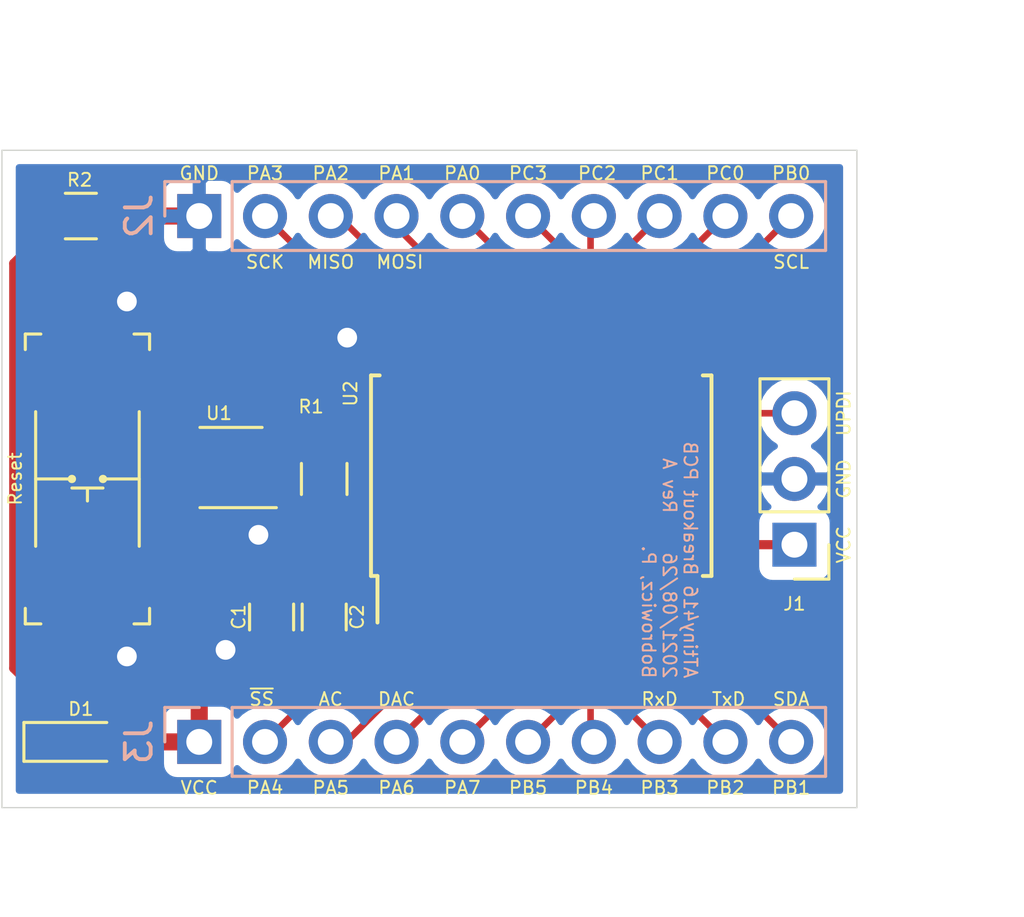
<source format=kicad_pcb>
(kicad_pcb (version 20171130) (host pcbnew "(5.1.10)-1")

  (general
    (thickness 1.6)
    (drawings 41)
    (tracks 92)
    (zones 0)
    (modules 11)
    (nets 24)
  )

  (page A4)
  (title_block
    (title "TTtiny416 SOIC-20 Breakout PCB")
    (date 2021-08-26)
    (rev A)
  )

  (layers
    (0 F.Cu signal)
    (31 B.Cu signal)
    (32 B.Adhes user)
    (33 F.Adhes user)
    (34 B.Paste user)
    (35 F.Paste user)
    (36 B.SilkS user)
    (37 F.SilkS user)
    (38 B.Mask user)
    (39 F.Mask user)
    (40 Dwgs.User user)
    (41 Cmts.User user)
    (42 Eco1.User user)
    (43 Eco2.User user)
    (44 Edge.Cuts user)
    (45 Margin user)
    (46 B.CrtYd user)
    (47 F.CrtYd user)
    (48 B.Fab user)
    (49 F.Fab user)
  )

  (setup
    (last_trace_width 0.3556)
    (user_trace_width 0.1524)
    (user_trace_width 0.254)
    (user_trace_width 0.3556)
    (user_trace_width 0.508)
    (user_trace_width 0.6604)
    (trace_clearance 0.254)
    (zone_clearance 0.0508)
    (zone_45_only no)
    (trace_min 0.1524)
    (via_size 0.6858)
    (via_drill 0.3302)
    (via_min_size 0.508)
    (via_min_drill 0.254)
    (user_via 1.27 0.762)
    (user_via 1.651 0.9906)
    (uvia_size 0.3)
    (uvia_drill 0.1)
    (uvias_allowed no)
    (uvia_min_size 0.2032)
    (uvia_min_drill 0.1)
    (edge_width 0.05)
    (segment_width 0.2)
    (pcb_text_width 0.3)
    (pcb_text_size 1.5 1.5)
    (mod_edge_width 0.12)
    (mod_text_size 0.5 0.5)
    (mod_text_width 0.075)
    (pad_size 1.524 1.524)
    (pad_drill 0.762)
    (pad_to_mask_clearance 0.0508)
    (solder_mask_min_width 0.1016)
    (aux_axis_origin 0 0)
    (visible_elements 7FFFFFFF)
    (pcbplotparams
      (layerselection 0x010fc_ffffffff)
      (usegerberextensions false)
      (usegerberattributes true)
      (usegerberadvancedattributes true)
      (creategerberjobfile true)
      (excludeedgelayer true)
      (linewidth 0.100000)
      (plotframeref false)
      (viasonmask false)
      (mode 1)
      (useauxorigin false)
      (hpglpennumber 1)
      (hpglpenspeed 20)
      (hpglpendiameter 15.000000)
      (psnegative false)
      (psa4output false)
      (plotreference true)
      (plotvalue true)
      (plotinvisibletext false)
      (padsonsilk false)
      (subtractmaskfromsilk false)
      (outputformat 1)
      (mirror false)
      (drillshape 1)
      (scaleselection 1)
      (outputdirectory ""))
  )

  (net 0 "")
  (net 1 VCC)
  (net 2 GND)
  (net 3 "Net-(D1-Pad1)")
  (net 4 /AIN0)
  (net 5 /AIN3)
  (net 6 /AIN2)
  (net 7 /AIN1)
  (net 8 /AIN11)
  (net 9 /AIN10)
  (net 10 /AIN4)
  (net 11 /AIN5)
  (net 12 /AIN6)
  (net 13 /AIN7)
  (net 14 /PB2)
  (net 15 /PB3)
  (net 16 /~MR)
  (net 17 "Net-(SW1-Pad2)")
  (net 18 /PC3)
  (net 19 /PC2)
  (net 20 /PC1)
  (net 21 /PC0)
  (net 22 /AIN8)
  (net 23 /AIN9)

  (net_class Default "This is the default net class."
    (clearance 0.254)
    (trace_width 0.254)
    (via_dia 0.6858)
    (via_drill 0.3302)
    (uvia_dia 0.3)
    (uvia_drill 0.1)
    (add_net /AIN0)
    (add_net /AIN1)
    (add_net /AIN10)
    (add_net /AIN11)
    (add_net /AIN2)
    (add_net /AIN3)
    (add_net /AIN4)
    (add_net /AIN5)
    (add_net /AIN6)
    (add_net /AIN7)
    (add_net /AIN8)
    (add_net /AIN9)
    (add_net /PB2)
    (add_net /PB3)
    (add_net /PC0)
    (add_net /PC1)
    (add_net /PC2)
    (add_net /PC3)
    (add_net /~MR)
    (add_net GND)
    (add_net "Net-(D1-Pad1)")
    (add_net "Net-(SW1-Pad2)")
    (add_net VCC)
  )

  (module Housings_SOIC:SOIC-20W_7.5x12.8mm_Pitch1.27mm (layer F.Cu) (tedit 58CC8F64) (tstamp 61279CDD)
    (at 140.208 88.773 90)
    (descr "20-Lead Plastic Small Outline (SO) - Wide, 7.50 mm Body [SOIC] (see Microchip Packaging Specification 00000049BS.pdf)")
    (tags "SOIC 1.27")
    (path /61217C55)
    (attr smd)
    (fp_text reference U2 (at 3.175 -7.366 90) (layer F.SilkS)
      (effects (font (size 0.5 0.5) (thickness 0.075)))
    )
    (fp_text value ATtiny416-S (at 0 7.5 90) (layer F.Fab) hide
      (effects (font (size 1 1) (thickness 0.15)))
    )
    (fp_line (start -3.875 -6.325) (end -5.675 -6.325) (layer F.SilkS) (width 0.15))
    (fp_line (start -3.875 6.575) (end 3.875 6.575) (layer F.SilkS) (width 0.15))
    (fp_line (start -3.875 -6.575) (end 3.875 -6.575) (layer F.SilkS) (width 0.15))
    (fp_line (start -3.875 6.575) (end -3.875 6.24) (layer F.SilkS) (width 0.15))
    (fp_line (start 3.875 6.575) (end 3.875 6.24) (layer F.SilkS) (width 0.15))
    (fp_line (start 3.875 -6.575) (end 3.875 -6.24) (layer F.SilkS) (width 0.15))
    (fp_line (start -3.875 -6.575) (end -3.875 -6.325) (layer F.SilkS) (width 0.15))
    (fp_line (start -5.95 6.75) (end 5.95 6.75) (layer F.CrtYd) (width 0.05))
    (fp_line (start -5.95 -6.75) (end 5.95 -6.75) (layer F.CrtYd) (width 0.05))
    (fp_line (start 5.95 -6.75) (end 5.95 6.75) (layer F.CrtYd) (width 0.05))
    (fp_line (start -5.95 -6.75) (end -5.95 6.75) (layer F.CrtYd) (width 0.05))
    (fp_line (start -3.75 -5.4) (end -2.75 -6.4) (layer F.Fab) (width 0.15))
    (fp_line (start -3.75 6.4) (end -3.75 -5.4) (layer F.Fab) (width 0.15))
    (fp_line (start 3.75 6.4) (end -3.75 6.4) (layer F.Fab) (width 0.15))
    (fp_line (start 3.75 -6.4) (end 3.75 6.4) (layer F.Fab) (width 0.15))
    (fp_line (start -2.75 -6.4) (end 3.75 -6.4) (layer F.Fab) (width 0.15))
    (fp_text user %R (at 0 0 90) (layer F.Fab)
      (effects (font (size 1 1) (thickness 0.15)))
    )
    (pad 1 smd rect (at -4.7 -5.715 90) (size 1.95 0.6) (layers F.Cu F.Paste F.Mask)
      (net 1 VCC))
    (pad 2 smd rect (at -4.7 -4.445 90) (size 1.95 0.6) (layers F.Cu F.Paste F.Mask)
      (net 10 /AIN4))
    (pad 3 smd rect (at -4.7 -3.175 90) (size 1.95 0.6) (layers F.Cu F.Paste F.Mask)
      (net 11 /AIN5))
    (pad 4 smd rect (at -4.7 -1.905 90) (size 1.95 0.6) (layers F.Cu F.Paste F.Mask)
      (net 12 /AIN6))
    (pad 5 smd rect (at -4.7 -0.635 90) (size 1.95 0.6) (layers F.Cu F.Paste F.Mask)
      (net 13 /AIN7))
    (pad 6 smd rect (at -4.7 0.635 90) (size 1.95 0.6) (layers F.Cu F.Paste F.Mask)
      (net 22 /AIN8))
    (pad 7 smd rect (at -4.7 1.905 90) (size 1.95 0.6) (layers F.Cu F.Paste F.Mask)
      (net 23 /AIN9))
    (pad 8 smd rect (at -4.7 3.175 90) (size 1.95 0.6) (layers F.Cu F.Paste F.Mask)
      (net 15 /PB3))
    (pad 9 smd rect (at -4.7 4.445 90) (size 1.95 0.6) (layers F.Cu F.Paste F.Mask)
      (net 14 /PB2))
    (pad 10 smd rect (at -4.7 5.715 90) (size 1.95 0.6) (layers F.Cu F.Paste F.Mask)
      (net 9 /AIN10))
    (pad 11 smd rect (at 4.7 5.715 90) (size 1.95 0.6) (layers F.Cu F.Paste F.Mask)
      (net 8 /AIN11))
    (pad 12 smd rect (at 4.7 4.445 90) (size 1.95 0.6) (layers F.Cu F.Paste F.Mask)
      (net 21 /PC0))
    (pad 13 smd rect (at 4.7 3.175 90) (size 1.95 0.6) (layers F.Cu F.Paste F.Mask)
      (net 20 /PC1))
    (pad 14 smd rect (at 4.7 1.905 90) (size 1.95 0.6) (layers F.Cu F.Paste F.Mask)
      (net 19 /PC2))
    (pad 15 smd rect (at 4.7 0.635 90) (size 1.95 0.6) (layers F.Cu F.Paste F.Mask)
      (net 18 /PC3))
    (pad 16 smd rect (at 4.7 -0.635 90) (size 1.95 0.6) (layers F.Cu F.Paste F.Mask)
      (net 4 /AIN0))
    (pad 17 smd rect (at 4.7 -1.905 90) (size 1.95 0.6) (layers F.Cu F.Paste F.Mask)
      (net 7 /AIN1))
    (pad 18 smd rect (at 4.7 -3.175 90) (size 1.95 0.6) (layers F.Cu F.Paste F.Mask)
      (net 6 /AIN2))
    (pad 19 smd rect (at 4.7 -4.445 90) (size 1.95 0.6) (layers F.Cu F.Paste F.Mask)
      (net 5 /AIN3))
    (pad 20 smd rect (at 4.7 -5.715 90) (size 1.95 0.6) (layers F.Cu F.Paste F.Mask)
      (net 2 GND))
    (model ${KISYS3DMOD}/Housings_SOIC.3dshapes/SOIC-20W_7.5x12.8mm_Pitch1.27mm.wrl
      (at (xyz 0 0 0))
      (scale (xyz 1 1 1))
      (rotate (xyz 0 0 0))
    )
  )

  (module ATtiny_SOIC-20_Breakout:TL3305AF160QG (layer F.Cu) (tedit 60C14A21) (tstamp 611FA1A7)
    (at 122.682 88.9 270)
    (path /60C1617E)
    (fp_text reference SW1 (at -6.477 0.127 180) (layer F.SilkS) hide
      (effects (font (size 0.5 0.5) (thickness 0.075)))
    )
    (fp_text value SW_MEC_5E (at 0 -3.8 90) (layer F.Fab) hide
      (effects (font (size 1 1) (thickness 0.15)))
    )
    (fp_circle (center 0 0) (end -1.3 0.2) (layer F.Fab) (width 0.12))
    (fp_line (start -2.25 -2.25) (end -2.25 2.25) (layer F.Fab) (width 0.12))
    (fp_line (start -2.25 2.25) (end 2.25 2.25) (layer F.Fab) (width 0.12))
    (fp_line (start 2.25 2.25) (end 2.25 -2.25) (layer F.Fab) (width 0.12))
    (fp_line (start 2.25 -2.25) (end -2.25 -2.25) (layer F.Fab) (width 0.12))
    (fp_line (start -5.6 -1.8) (end -5.6 -2.4) (layer F.SilkS) (width 0.12))
    (fp_line (start -5.6 -2.4) (end -5 -2.4) (layer F.SilkS) (width 0.12))
    (fp_line (start -5.6 1.8) (end -5.6 2.4) (layer F.SilkS) (width 0.12))
    (fp_line (start -5.6 2.4) (end -5 2.4) (layer F.SilkS) (width 0.12))
    (fp_line (start 5 2.4) (end 5.6 2.4) (layer F.SilkS) (width 0.12))
    (fp_line (start 5.6 2.4) (end 5.6 1.8) (layer F.SilkS) (width 0.12))
    (fp_line (start 5.6 -1.8) (end 5.6 -2.4) (layer F.SilkS) (width 0.12))
    (fp_line (start 5.6 -2.4) (end 5 -2.4) (layer F.SilkS) (width 0.12))
    (fp_line (start -2.6 -2) (end 2.6 -2) (layer F.SilkS) (width 0.12))
    (fp_line (start -2.6 2) (end 2.6 2) (layer F.SilkS) (width 0.12))
    (fp_line (start 0 0.6) (end 0 2) (layer F.SilkS) (width 0.12))
    (fp_line (start 0 -0.6) (end 0 -2) (layer F.SilkS) (width 0.12))
    (fp_circle (center 0 -0.6) (end 0 -0.5) (layer F.SilkS) (width 0.12))
    (fp_circle (center 0 0.6) (end 0 0.5) (layer F.SilkS) (width 0.12))
    (fp_line (start 0.35 -0.6) (end 0.35 0.6) (layer F.SilkS) (width 0.12))
    (fp_line (start 0.4 0) (end 0.85 0) (layer F.SilkS) (width 0.12))
    (fp_line (start -5.8 -2.6) (end -5.8 2.6) (layer F.CrtYd) (width 0.12))
    (fp_line (start -5.8 2.6) (end 5.8 2.6) (layer F.CrtYd) (width 0.12))
    (fp_line (start 5.8 2.6) (end 5.8 -2.6) (layer F.CrtYd) (width 0.12))
    (fp_line (start 5.8 -2.6) (end -5.8 -2.6) (layer F.CrtYd) (width 0.12))
    (pad 1 smd rect (at -4.1 1.5 270) (size 2.6 1.4) (layers F.Cu F.Paste F.Mask)
      (net 16 /~MR))
    (pad 2 smd rect (at 4.1 1.5 270) (size 2.6 1.4) (layers F.Cu F.Paste F.Mask)
      (net 17 "Net-(SW1-Pad2)"))
    (pad 3 smd rect (at -4.1 -1.5 270) (size 2.6 1.4) (layers F.Cu F.Paste F.Mask)
      (net 2 GND))
    (pad 4 smd rect (at 4.1 -1.5 270) (size 2.6 1.4) (layers F.Cu F.Paste F.Mask)
      (net 2 GND))
    (model "${KIPRJMOD}/3d packages/TL3305AFxxxxG.stp"
      (at (xyz 0 0 0))
      (scale (xyz 1 1 1))
      (rotate (xyz 0 0 0))
    )
  )

  (module Pin_Headers:Pin_Header_Straight_1x10_Pitch2.54mm (layer B.Cu) (tedit 59650532) (tstamp 61279C54)
    (at 127 99.06 270)
    (descr "Through hole straight pin header, 1x10, 2.54mm pitch, single row")
    (tags "Through hole pin header THT 1x10 2.54mm single row")
    (path /6122BC57)
    (fp_text reference J3 (at 0 2.33 270) (layer B.SilkS)
      (effects (font (size 1 1) (thickness 0.15)) (justify mirror))
    )
    (fp_text value Conn_01x10_Male (at 0 -25.19 270) (layer B.Fab)
      (effects (font (size 1 1) (thickness 0.15)) (justify mirror))
    )
    (fp_line (start 1.8 1.8) (end -1.8 1.8) (layer B.CrtYd) (width 0.05))
    (fp_line (start 1.8 -24.65) (end 1.8 1.8) (layer B.CrtYd) (width 0.05))
    (fp_line (start -1.8 -24.65) (end 1.8 -24.65) (layer B.CrtYd) (width 0.05))
    (fp_line (start -1.8 1.8) (end -1.8 -24.65) (layer B.CrtYd) (width 0.05))
    (fp_line (start -1.33 1.33) (end 0 1.33) (layer B.SilkS) (width 0.12))
    (fp_line (start -1.33 0) (end -1.33 1.33) (layer B.SilkS) (width 0.12))
    (fp_line (start -1.33 -1.27) (end 1.33 -1.27) (layer B.SilkS) (width 0.12))
    (fp_line (start 1.33 -1.27) (end 1.33 -24.19) (layer B.SilkS) (width 0.12))
    (fp_line (start -1.33 -1.27) (end -1.33 -24.19) (layer B.SilkS) (width 0.12))
    (fp_line (start -1.33 -24.19) (end 1.33 -24.19) (layer B.SilkS) (width 0.12))
    (fp_line (start -1.27 0.635) (end -0.635 1.27) (layer B.Fab) (width 0.1))
    (fp_line (start -1.27 -24.13) (end -1.27 0.635) (layer B.Fab) (width 0.1))
    (fp_line (start 1.27 -24.13) (end -1.27 -24.13) (layer B.Fab) (width 0.1))
    (fp_line (start 1.27 1.27) (end 1.27 -24.13) (layer B.Fab) (width 0.1))
    (fp_line (start -0.635 1.27) (end 1.27 1.27) (layer B.Fab) (width 0.1))
    (fp_text user %R (at 0 -11.43) (layer B.Fab)
      (effects (font (size 1 1) (thickness 0.15)) (justify mirror))
    )
    (pad 1 thru_hole rect (at 0 0 270) (size 1.7 1.7) (drill 1) (layers *.Cu *.Mask)
      (net 1 VCC))
    (pad 2 thru_hole oval (at 0 -2.54 270) (size 1.7 1.7) (drill 1) (layers *.Cu *.Mask)
      (net 10 /AIN4))
    (pad 3 thru_hole oval (at 0 -5.08 270) (size 1.7 1.7) (drill 1) (layers *.Cu *.Mask)
      (net 11 /AIN5))
    (pad 4 thru_hole oval (at 0 -7.62 270) (size 1.7 1.7) (drill 1) (layers *.Cu *.Mask)
      (net 12 /AIN6))
    (pad 5 thru_hole oval (at 0 -10.16 270) (size 1.7 1.7) (drill 1) (layers *.Cu *.Mask)
      (net 13 /AIN7))
    (pad 6 thru_hole oval (at 0 -12.7 270) (size 1.7 1.7) (drill 1) (layers *.Cu *.Mask)
      (net 22 /AIN8))
    (pad 7 thru_hole oval (at 0 -15.24 270) (size 1.7 1.7) (drill 1) (layers *.Cu *.Mask)
      (net 23 /AIN9))
    (pad 8 thru_hole oval (at 0 -17.78 270) (size 1.7 1.7) (drill 1) (layers *.Cu *.Mask)
      (net 15 /PB3))
    (pad 9 thru_hole oval (at 0 -20.32 270) (size 1.7 1.7) (drill 1) (layers *.Cu *.Mask)
      (net 14 /PB2))
    (pad 10 thru_hole oval (at 0 -22.86 270) (size 1.7 1.7) (drill 1) (layers *.Cu *.Mask)
      (net 9 /AIN10))
    (model ${KISYS3DMOD}/Pin_Headers.3dshapes/Pin_Header_Straight_1x10_Pitch2.54mm.wrl
      (at (xyz 0 0 0))
      (scale (xyz 1 1 1))
      (rotate (xyz 0 0 0))
    )
  )

  (module Pin_Headers:Pin_Header_Straight_1x10_Pitch2.54mm (layer B.Cu) (tedit 59650532) (tstamp 61279C51)
    (at 127 78.74 270)
    (descr "Through hole straight pin header, 1x10, 2.54mm pitch, single row")
    (tags "Through hole pin header THT 1x10 2.54mm single row")
    (path /61229203)
    (fp_text reference J2 (at 0 2.33 270) (layer B.SilkS)
      (effects (font (size 1 1) (thickness 0.15)) (justify mirror))
    )
    (fp_text value Conn_01x10_Male (at 0 -25.19 270) (layer B.Fab)
      (effects (font (size 1 1) (thickness 0.15)) (justify mirror))
    )
    (fp_line (start 1.8 1.8) (end -1.8 1.8) (layer B.CrtYd) (width 0.05))
    (fp_line (start 1.8 -24.65) (end 1.8 1.8) (layer B.CrtYd) (width 0.05))
    (fp_line (start -1.8 -24.65) (end 1.8 -24.65) (layer B.CrtYd) (width 0.05))
    (fp_line (start -1.8 1.8) (end -1.8 -24.65) (layer B.CrtYd) (width 0.05))
    (fp_line (start -1.33 1.33) (end 0 1.33) (layer B.SilkS) (width 0.12))
    (fp_line (start -1.33 0) (end -1.33 1.33) (layer B.SilkS) (width 0.12))
    (fp_line (start -1.33 -1.27) (end 1.33 -1.27) (layer B.SilkS) (width 0.12))
    (fp_line (start 1.33 -1.27) (end 1.33 -24.19) (layer B.SilkS) (width 0.12))
    (fp_line (start -1.33 -1.27) (end -1.33 -24.19) (layer B.SilkS) (width 0.12))
    (fp_line (start -1.33 -24.19) (end 1.33 -24.19) (layer B.SilkS) (width 0.12))
    (fp_line (start -1.27 0.635) (end -0.635 1.27) (layer B.Fab) (width 0.1))
    (fp_line (start -1.27 -24.13) (end -1.27 0.635) (layer B.Fab) (width 0.1))
    (fp_line (start 1.27 -24.13) (end -1.27 -24.13) (layer B.Fab) (width 0.1))
    (fp_line (start 1.27 1.27) (end 1.27 -24.13) (layer B.Fab) (width 0.1))
    (fp_line (start -0.635 1.27) (end 1.27 1.27) (layer B.Fab) (width 0.1))
    (fp_text user %R (at 0 -11.43) (layer B.Fab)
      (effects (font (size 1 1) (thickness 0.15)) (justify mirror))
    )
    (pad 1 thru_hole rect (at 0 0 270) (size 1.7 1.7) (drill 1) (layers *.Cu *.Mask)
      (net 2 GND))
    (pad 2 thru_hole oval (at 0 -2.54 270) (size 1.7 1.7) (drill 1) (layers *.Cu *.Mask)
      (net 5 /AIN3))
    (pad 3 thru_hole oval (at 0 -5.08 270) (size 1.7 1.7) (drill 1) (layers *.Cu *.Mask)
      (net 6 /AIN2))
    (pad 4 thru_hole oval (at 0 -7.62 270) (size 1.7 1.7) (drill 1) (layers *.Cu *.Mask)
      (net 7 /AIN1))
    (pad 5 thru_hole oval (at 0 -10.16 270) (size 1.7 1.7) (drill 1) (layers *.Cu *.Mask)
      (net 4 /AIN0))
    (pad 6 thru_hole oval (at 0 -12.7 270) (size 1.7 1.7) (drill 1) (layers *.Cu *.Mask)
      (net 18 /PC3))
    (pad 7 thru_hole oval (at 0 -15.24 270) (size 1.7 1.7) (drill 1) (layers *.Cu *.Mask)
      (net 19 /PC2))
    (pad 8 thru_hole oval (at 0 -17.78 270) (size 1.7 1.7) (drill 1) (layers *.Cu *.Mask)
      (net 20 /PC1))
    (pad 9 thru_hole oval (at 0 -20.32 270) (size 1.7 1.7) (drill 1) (layers *.Cu *.Mask)
      (net 21 /PC0))
    (pad 10 thru_hole oval (at 0 -22.86 270) (size 1.7 1.7) (drill 1) (layers *.Cu *.Mask)
      (net 8 /AIN11))
    (model ${KISYS3DMOD}/Pin_Headers.3dshapes/Pin_Header_Straight_1x10_Pitch2.54mm.wrl
      (at (xyz 0 0 0))
      (scale (xyz 1 1 1))
      (rotate (xyz 0 0 0))
    )
  )

  (module Pin_Headers:Pin_Header_Straight_1x03_Pitch2.54mm (layer F.Cu) (tedit 59650532) (tstamp 6127A2FD)
    (at 149.987 91.44 180)
    (descr "Through hole straight pin header, 1x03, 2.54mm pitch, single row")
    (tags "Through hole pin header THT 1x03 2.54mm single row")
    (path /60C3F499)
    (fp_text reference J1 (at 0 -2.286) (layer F.SilkS)
      (effects (font (size 0.5 0.5) (thickness 0.075)))
    )
    (fp_text value Conn_01x03_Male (at 0 7.41) (layer F.Fab) hide
      (effects (font (size 1 1) (thickness 0.15)))
    )
    (fp_line (start -0.635 -1.27) (end 1.27 -1.27) (layer F.Fab) (width 0.1))
    (fp_line (start 1.27 -1.27) (end 1.27 6.35) (layer F.Fab) (width 0.1))
    (fp_line (start 1.27 6.35) (end -1.27 6.35) (layer F.Fab) (width 0.1))
    (fp_line (start -1.27 6.35) (end -1.27 -0.635) (layer F.Fab) (width 0.1))
    (fp_line (start -1.27 -0.635) (end -0.635 -1.27) (layer F.Fab) (width 0.1))
    (fp_line (start -1.33 6.41) (end 1.33 6.41) (layer F.SilkS) (width 0.12))
    (fp_line (start -1.33 1.27) (end -1.33 6.41) (layer F.SilkS) (width 0.12))
    (fp_line (start 1.33 1.27) (end 1.33 6.41) (layer F.SilkS) (width 0.12))
    (fp_line (start -1.33 1.27) (end 1.33 1.27) (layer F.SilkS) (width 0.12))
    (fp_line (start -1.33 0) (end -1.33 -1.33) (layer F.SilkS) (width 0.12))
    (fp_line (start -1.33 -1.33) (end 0 -1.33) (layer F.SilkS) (width 0.12))
    (fp_line (start -1.8 -1.8) (end -1.8 6.85) (layer F.CrtYd) (width 0.05))
    (fp_line (start -1.8 6.85) (end 1.8 6.85) (layer F.CrtYd) (width 0.05))
    (fp_line (start 1.8 6.85) (end 1.8 -1.8) (layer F.CrtYd) (width 0.05))
    (fp_line (start 1.8 -1.8) (end -1.8 -1.8) (layer F.CrtYd) (width 0.05))
    (fp_text user %R (at 0 2.54 90) (layer F.Fab)
      (effects (font (size 1 1) (thickness 0.15)))
    )
    (pad 1 thru_hole rect (at 0 0 180) (size 1.7 1.7) (drill 1) (layers *.Cu *.Mask)
      (net 1 VCC))
    (pad 2 thru_hole oval (at 0 2.54 180) (size 1.7 1.7) (drill 1) (layers *.Cu *.Mask)
      (net 2 GND))
    (pad 3 thru_hole oval (at 0 5.08 180) (size 1.7 1.7) (drill 1) (layers *.Cu *.Mask)
      (net 4 /AIN0))
    (model ${KISYS3DMOD}/Pin_Headers.3dshapes/Pin_Header_Straight_1x03_Pitch2.54mm.wrl
      (at (xyz 0 0 0))
      (scale (xyz 1 1 1))
      (rotate (xyz 0 0 0))
    )
  )

  (module TO_SOT_Packages_SMD:SOT-143 (layer F.Cu) (tedit 58CE4E7E) (tstamp 611FB389)
    (at 128.227 88.458 180)
    (descr SOT-143)
    (tags SOT-143)
    (path /60C269C5)
    (attr smd)
    (fp_text reference U1 (at 0.465 2.098 180) (layer F.SilkS)
      (effects (font (size 0.5 0.5) (thickness 0.075)))
    )
    (fp_text value MIC6315 (at -0.28 2.48) (layer F.Fab) hide
      (effects (font (size 1 1) (thickness 0.15)))
    )
    (fp_line (start -1.2 1.55) (end 1.2 1.55) (layer F.SilkS) (width 0.12))
    (fp_line (start 1.2 -1.55) (end -1.75 -1.55) (layer F.SilkS) (width 0.12))
    (fp_line (start -1.2 -1) (end -0.7 -1.5) (layer F.Fab) (width 0.1))
    (fp_line (start -0.7 -1.5) (end 1.2 -1.5) (layer F.Fab) (width 0.1))
    (fp_line (start -1.2 1.5) (end -1.2 -1) (layer F.Fab) (width 0.1))
    (fp_line (start 1.2 1.5) (end -1.2 1.5) (layer F.Fab) (width 0.1))
    (fp_line (start 1.2 -1.5) (end 1.2 1.5) (layer F.Fab) (width 0.1))
    (fp_line (start 2.05 -1.75) (end 2.05 1.75) (layer F.CrtYd) (width 0.05))
    (fp_line (start 2.05 -1.75) (end -2.05 -1.75) (layer F.CrtYd) (width 0.05))
    (fp_line (start -2.05 1.75) (end 2.05 1.75) (layer F.CrtYd) (width 0.05))
    (fp_line (start -2.05 1.75) (end -2.05 -1.75) (layer F.CrtYd) (width 0.05))
    (fp_text user %R (at 0 0 90) (layer F.Fab)
      (effects (font (size 0.5 0.5) (thickness 0.075)))
    )
    (pad 1 smd rect (at -1.1 -0.77 90) (size 1.2 1.4) (layers F.Cu F.Paste F.Mask)
      (net 2 GND))
    (pad 2 smd rect (at -1.1 0.95 90) (size 1 1.4) (layers F.Cu F.Paste F.Mask)
      (net 4 /AIN0))
    (pad 3 smd rect (at 1.1 0.95 90) (size 1 1.4) (layers F.Cu F.Paste F.Mask)
      (net 16 /~MR))
    (pad 4 smd rect (at 1.1 -0.95 90) (size 1 1.4) (layers F.Cu F.Paste F.Mask)
      (net 1 VCC))
    (model ${KISYS3DMOD}/TO_SOT_Packages_SMD.3dshapes/SOT-143.wrl
      (at (xyz 0 0 0))
      (scale (xyz 1 1 1))
      (rotate (xyz 0 0 0))
    )
  )

  (module Resistors_SMD:R_0805_HandSoldering (layer F.Cu) (tedit 58E0A804) (tstamp 611FA186)
    (at 122.428 78.74)
    (descr "Resistor SMD 0805, hand soldering")
    (tags "resistor 0805")
    (path /60C2A4DD)
    (attr smd)
    (fp_text reference R2 (at -0.047 -1.397) (layer F.SilkS)
      (effects (font (size 0.5 0.5) (thickness 0.075)))
    )
    (fp_text value 470R (at 0 1.75) (layer F.Fab) hide
      (effects (font (size 1 1) (thickness 0.15)))
    )
    (fp_line (start -1 0.62) (end -1 -0.62) (layer F.Fab) (width 0.1))
    (fp_line (start 1 0.62) (end -1 0.62) (layer F.Fab) (width 0.1))
    (fp_line (start 1 -0.62) (end 1 0.62) (layer F.Fab) (width 0.1))
    (fp_line (start -1 -0.62) (end 1 -0.62) (layer F.Fab) (width 0.1))
    (fp_line (start 0.6 0.88) (end -0.6 0.88) (layer F.SilkS) (width 0.12))
    (fp_line (start -0.6 -0.88) (end 0.6 -0.88) (layer F.SilkS) (width 0.12))
    (fp_line (start -2.35 -0.9) (end 2.35 -0.9) (layer F.CrtYd) (width 0.05))
    (fp_line (start -2.35 -0.9) (end -2.35 0.9) (layer F.CrtYd) (width 0.05))
    (fp_line (start 2.35 0.9) (end 2.35 -0.9) (layer F.CrtYd) (width 0.05))
    (fp_line (start 2.35 0.9) (end -2.35 0.9) (layer F.CrtYd) (width 0.05))
    (fp_text user %R (at 0 0) (layer F.Fab)
      (effects (font (size 0.5 0.5) (thickness 0.075)))
    )
    (pad 1 smd rect (at -1.35 0) (size 1.5 1.3) (layers F.Cu F.Paste F.Mask)
      (net 3 "Net-(D1-Pad1)"))
    (pad 2 smd rect (at 1.35 0) (size 1.5 1.3) (layers F.Cu F.Paste F.Mask)
      (net 2 GND))
    (model ${KISYS3DMOD}/Resistors_SMD.3dshapes/R_0805.wrl
      (at (xyz 0 0 0))
      (scale (xyz 1 1 1))
      (rotate (xyz 0 0 0))
    )
  )

  (module Resistors_SMD:R_0805_HandSoldering (layer F.Cu) (tedit 58E0A804) (tstamp 611FA9B9)
    (at 131.826 88.9 90)
    (descr "Resistor SMD 0805, hand soldering")
    (tags "resistor 0805")
    (path /60C123E8)
    (attr smd)
    (fp_text reference R1 (at 2.794 -0.508 180) (layer F.SilkS)
      (effects (font (size 0.5 0.5) (thickness 0.075)))
    )
    (fp_text value 10k (at 0 1.75 90) (layer F.Fab) hide
      (effects (font (size 1 1) (thickness 0.15)))
    )
    (fp_line (start -1 0.62) (end -1 -0.62) (layer F.Fab) (width 0.1))
    (fp_line (start 1 0.62) (end -1 0.62) (layer F.Fab) (width 0.1))
    (fp_line (start 1 -0.62) (end 1 0.62) (layer F.Fab) (width 0.1))
    (fp_line (start -1 -0.62) (end 1 -0.62) (layer F.Fab) (width 0.1))
    (fp_line (start 0.6 0.88) (end -0.6 0.88) (layer F.SilkS) (width 0.12))
    (fp_line (start -0.6 -0.88) (end 0.6 -0.88) (layer F.SilkS) (width 0.12))
    (fp_line (start -2.35 -0.9) (end 2.35 -0.9) (layer F.CrtYd) (width 0.05))
    (fp_line (start -2.35 -0.9) (end -2.35 0.9) (layer F.CrtYd) (width 0.05))
    (fp_line (start 2.35 0.9) (end 2.35 -0.9) (layer F.CrtYd) (width 0.05))
    (fp_line (start 2.35 0.9) (end -2.35 0.9) (layer F.CrtYd) (width 0.05))
    (fp_text user %R (at 0 0 90) (layer F.Fab)
      (effects (font (size 0.5 0.5) (thickness 0.075)))
    )
    (pad 1 smd rect (at -1.35 0 90) (size 1.5 1.3) (layers F.Cu F.Paste F.Mask)
      (net 1 VCC))
    (pad 2 smd rect (at 1.35 0 90) (size 1.5 1.3) (layers F.Cu F.Paste F.Mask)
      (net 4 /AIN0))
    (model ${KISYS3DMOD}/Resistors_SMD.3dshapes/R_0805.wrl
      (at (xyz 0 0 0))
      (scale (xyz 1 1 1))
      (rotate (xyz 0 0 0))
    )
  )

  (module LEDs:LED_0805_HandSoldering (layer F.Cu) (tedit 595FCA25) (tstamp 611FA177)
    (at 122.428 99.06)
    (descr "Resistor SMD 0805, hand soldering")
    (tags "resistor 0805")
    (path /60C27FD6)
    (attr smd)
    (fp_text reference D1 (at 0 -1.27) (layer F.SilkS)
      (effects (font (size 0.5 0.5) (thickness 0.075)))
    )
    (fp_text value LED (at 0 1.75) (layer F.Fab) hide
      (effects (font (size 1 1) (thickness 0.15)))
    )
    (fp_line (start -0.4 -0.4) (end -0.4 0.4) (layer F.Fab) (width 0.1))
    (fp_line (start -0.4 0) (end 0.2 -0.4) (layer F.Fab) (width 0.1))
    (fp_line (start 0.2 0.4) (end -0.4 0) (layer F.Fab) (width 0.1))
    (fp_line (start 0.2 -0.4) (end 0.2 0.4) (layer F.Fab) (width 0.1))
    (fp_line (start -1 0.62) (end -1 -0.62) (layer F.Fab) (width 0.1))
    (fp_line (start 1 0.62) (end -1 0.62) (layer F.Fab) (width 0.1))
    (fp_line (start 1 -0.62) (end 1 0.62) (layer F.Fab) (width 0.1))
    (fp_line (start -1 -0.62) (end 1 -0.62) (layer F.Fab) (width 0.1))
    (fp_line (start 1 0.75) (end -2.2 0.75) (layer F.SilkS) (width 0.12))
    (fp_line (start -2.2 -0.75) (end 1 -0.75) (layer F.SilkS) (width 0.12))
    (fp_line (start -2.35 -0.9) (end 2.35 -0.9) (layer F.CrtYd) (width 0.05))
    (fp_line (start -2.35 -0.9) (end -2.35 0.9) (layer F.CrtYd) (width 0.05))
    (fp_line (start 2.35 0.9) (end 2.35 -0.9) (layer F.CrtYd) (width 0.05))
    (fp_line (start 2.35 0.9) (end -2.35 0.9) (layer F.CrtYd) (width 0.05))
    (fp_line (start -2.2 -0.75) (end -2.2 0.75) (layer F.SilkS) (width 0.12))
    (pad 1 smd rect (at -1.35 0) (size 1.5 1.3) (layers F.Cu F.Paste F.Mask)
      (net 3 "Net-(D1-Pad1)"))
    (pad 2 smd rect (at 1.35 0) (size 1.5 1.3) (layers F.Cu F.Paste F.Mask)
      (net 1 VCC))
    (model ${KISYS3DMOD}/LEDs.3dshapes/LED_0805.wrl
      (at (xyz 0 0 0))
      (scale (xyz 1 1 1))
      (rotate (xyz 0 0 0))
    )
  )

  (module Capacitors_SMD:C_0805_HandSoldering (layer F.Cu) (tedit 58AA84A8) (tstamp 611FA174)
    (at 131.826 94.234 270)
    (descr "Capacitor SMD 0805, hand soldering")
    (tags "capacitor 0805")
    (path /60C5FB36)
    (attr smd)
    (fp_text reference C2 (at 0 -1.27 270) (layer F.SilkS)
      (effects (font (size 0.5 0.5) (thickness 0.075)))
    )
    (fp_text value 100n (at 0 1.75 90) (layer F.Fab) hide
      (effects (font (size 1 1) (thickness 0.15)))
    )
    (fp_line (start -1 0.62) (end -1 -0.62) (layer F.Fab) (width 0.1))
    (fp_line (start 1 0.62) (end -1 0.62) (layer F.Fab) (width 0.1))
    (fp_line (start 1 -0.62) (end 1 0.62) (layer F.Fab) (width 0.1))
    (fp_line (start -1 -0.62) (end 1 -0.62) (layer F.Fab) (width 0.1))
    (fp_line (start 0.5 -0.85) (end -0.5 -0.85) (layer F.SilkS) (width 0.12))
    (fp_line (start -0.5 0.85) (end 0.5 0.85) (layer F.SilkS) (width 0.12))
    (fp_line (start -2.25 -0.88) (end 2.25 -0.88) (layer F.CrtYd) (width 0.05))
    (fp_line (start -2.25 -0.88) (end -2.25 0.87) (layer F.CrtYd) (width 0.05))
    (fp_line (start 2.25 0.87) (end 2.25 -0.88) (layer F.CrtYd) (width 0.05))
    (fp_line (start 2.25 0.87) (end -2.25 0.87) (layer F.CrtYd) (width 0.05))
    (fp_text user %R (at 0 0 90) (layer F.Fab)
      (effects (font (size 0.5 0.5) (thickness 0.075)))
    )
    (pad 1 smd rect (at -1.25 0 270) (size 1.5 1.25) (layers F.Cu F.Paste F.Mask)
      (net 1 VCC))
    (pad 2 smd rect (at 1.25 0 270) (size 1.5 1.25) (layers F.Cu F.Paste F.Mask)
      (net 2 GND))
    (model Capacitors_SMD.3dshapes/C_0805.wrl
      (at (xyz 0 0 0))
      (scale (xyz 1 1 1))
      (rotate (xyz 0 0 0))
    )
  )

  (module Capacitors_SMD:C_0805_HandSoldering (layer F.Cu) (tedit 58AA84A8) (tstamp 611FA171)
    (at 129.794 94.234 270)
    (descr "Capacitor SMD 0805, hand soldering")
    (tags "capacitor 0805")
    (path /60C5E78A)
    (attr smd)
    (fp_text reference C1 (at 0 1.27 270) (layer F.SilkS)
      (effects (font (size 0.5 0.5) (thickness 0.075)))
    )
    (fp_text value 1u (at 0 1.75 90) (layer F.Fab) hide
      (effects (font (size 1 1) (thickness 0.15)))
    )
    (fp_line (start -1 0.62) (end -1 -0.62) (layer F.Fab) (width 0.1))
    (fp_line (start 1 0.62) (end -1 0.62) (layer F.Fab) (width 0.1))
    (fp_line (start 1 -0.62) (end 1 0.62) (layer F.Fab) (width 0.1))
    (fp_line (start -1 -0.62) (end 1 -0.62) (layer F.Fab) (width 0.1))
    (fp_line (start 0.5 -0.85) (end -0.5 -0.85) (layer F.SilkS) (width 0.12))
    (fp_line (start -0.5 0.85) (end 0.5 0.85) (layer F.SilkS) (width 0.12))
    (fp_line (start -2.25 -0.88) (end 2.25 -0.88) (layer F.CrtYd) (width 0.05))
    (fp_line (start -2.25 -0.88) (end -2.25 0.87) (layer F.CrtYd) (width 0.05))
    (fp_line (start 2.25 0.87) (end 2.25 -0.88) (layer F.CrtYd) (width 0.05))
    (fp_line (start 2.25 0.87) (end -2.25 0.87) (layer F.CrtYd) (width 0.05))
    (fp_text user %R (at 0 0 90) (layer F.Fab)
      (effects (font (size 0.5 0.5) (thickness 0.075)))
    )
    (pad 1 smd rect (at -1.25 0 270) (size 1.5 1.25) (layers F.Cu F.Paste F.Mask)
      (net 1 VCC))
    (pad 2 smd rect (at 1.25 0 270) (size 1.5 1.25) (layers F.Cu F.Paste F.Mask)
      (net 2 GND))
    (model Capacitors_SMD.3dshapes/C_0805.wrl
      (at (xyz 0 0 0))
      (scale (xyz 1 1 1))
      (rotate (xyz 0 0 0))
    )
  )

  (dimension 25.4 (width 0.15) (layer Dwgs.User)
    (gr_text "25.400 mm" (at 157.51 88.9 270) (layer Dwgs.User)
      (effects (font (size 1 1) (thickness 0.15)))
    )
    (feature1 (pts (xy 152.4 101.6) (xy 156.796421 101.6)))
    (feature2 (pts (xy 152.4 76.2) (xy 156.796421 76.2)))
    (crossbar (pts (xy 156.21 76.2) (xy 156.21 101.6)))
    (arrow1a (pts (xy 156.21 101.6) (xy 155.623579 100.473496)))
    (arrow1b (pts (xy 156.21 101.6) (xy 156.796421 100.473496)))
    (arrow2a (pts (xy 156.21 76.2) (xy 155.623579 77.326504)))
    (arrow2b (pts (xy 156.21 76.2) (xy 156.796421 77.326504)))
  )
  (gr_text PC0 (at 147.32 77.089) (layer F.SilkS)
    (effects (font (size 0.5 0.5) (thickness 0.075)))
  )
  (gr_text PC1 (at 144.78 77.089) (layer F.SilkS)
    (effects (font (size 0.5 0.5) (thickness 0.075)))
  )
  (gr_text PC2 (at 142.367 77.089) (layer F.SilkS)
    (effects (font (size 0.5 0.5) (thickness 0.075)))
  )
  (gr_text PC3 (at 139.7 77.089) (layer F.SilkS)
    (effects (font (size 0.5 0.5) (thickness 0.075)))
  )
  (gr_text PB5 (at 139.7 100.838) (layer F.SilkS)
    (effects (font (size 0.5 0.5) (thickness 0.075)))
  )
  (gr_text PB4 (at 142.24 100.838) (layer F.SilkS)
    (effects (font (size 0.5 0.5) (thickness 0.075)))
  )
  (dimension 33.02 (width 0.15) (layer Dwgs.User)
    (gr_text "1.3000 in" (at 135.89 71.09) (layer Dwgs.User)
      (effects (font (size 1 1) (thickness 0.15)))
    )
    (feature1 (pts (xy 119.38 76.2) (xy 119.38 71.803579)))
    (feature2 (pts (xy 152.4 76.2) (xy 152.4 71.803579)))
    (crossbar (pts (xy 152.4 72.39) (xy 119.38 72.39)))
    (arrow1a (pts (xy 119.38 72.39) (xy 120.506504 71.803579)))
    (arrow1b (pts (xy 119.38 72.39) (xy 120.506504 72.976421)))
    (arrow2a (pts (xy 152.4 72.39) (xy 151.273496 71.803579)))
    (arrow2b (pts (xy 152.4 72.39) (xy 151.273496 72.976421)))
  )
  (gr_line (start 152.4 101.6) (end 119.38 101.6) (layer Edge.Cuts) (width 0.05))
  (gr_text "ATtiny416 Breakout PCB\n2021/08/26    Rev A\nBobrowicz, P." (at 145.161 96.647 -90) (layer B.SilkS)
    (effects (font (size 0.5 0.5) (thickness 0.075)) (justify left mirror))
  )
  (gr_text AC (at 132.08 97.409) (layer F.SilkS)
    (effects (font (size 0.5 0.5) (thickness 0.075)))
  )
  (gr_text DAC (at 134.62 97.409) (layer F.SilkS)
    (effects (font (size 0.5 0.5) (thickness 0.075)))
  )
  (gr_text MOSI (at 134.747 80.518) (layer F.SilkS)
    (effects (font (size 0.5 0.5) (thickness 0.075)))
  )
  (gr_text MISO (at 132.08 80.518) (layer F.SilkS)
    (effects (font (size 0.5 0.5) (thickness 0.075)))
  )
  (gr_text SCK (at 129.54 80.518) (layer F.SilkS)
    (effects (font (size 0.5 0.5) (thickness 0.075)))
  )
  (gr_text ~SS (at 129.413 97.409) (layer F.SilkS)
    (effects (font (size 0.5 0.5) (thickness 0.075)))
  )
  (gr_text SCL (at 149.86 80.518) (layer F.SilkS)
    (effects (font (size 0.5 0.5) (thickness 0.075)))
  )
  (gr_text SDA (at 149.86 97.409) (layer F.SilkS)
    (effects (font (size 0.5 0.5) (thickness 0.075)))
  )
  (gr_text RxD (at 144.78 97.409) (layer F.SilkS)
    (effects (font (size 0.5 0.5) (thickness 0.075)))
  )
  (gr_text TxD (at 147.447 97.409) (layer F.SilkS)
    (effects (font (size 0.5 0.5) (thickness 0.075)))
  )
  (gr_text Reset (at 119.888 88.9 90) (layer F.SilkS)
    (effects (font (size 0.5 0.5) (thickness 0.075)))
  )
  (gr_text UPDI (at 151.892 86.36 90) (layer F.SilkS)
    (effects (font (size 0.5 0.5) (thickness 0.075)))
  )
  (gr_text GND (at 151.892 88.9 90) (layer F.SilkS)
    (effects (font (size 0.5 0.5) (thickness 0.075)))
  )
  (gr_text VCC (at 151.892 91.44 90) (layer F.SilkS)
    (effects (font (size 0.5 0.5) (thickness 0.075)))
  )
  (gr_text GND (at 127 77.089) (layer F.SilkS)
    (effects (font (size 0.5 0.5) (thickness 0.075)))
  )
  (gr_text PA3 (at 129.54 77.089) (layer F.SilkS)
    (effects (font (size 0.5 0.5) (thickness 0.075)))
  )
  (gr_text PA2 (at 132.08 77.089) (layer F.SilkS)
    (effects (font (size 0.5 0.5) (thickness 0.075)))
  )
  (gr_text PA1 (at 134.62 77.089) (layer F.SilkS)
    (effects (font (size 0.5 0.5) (thickness 0.075)))
  )
  (gr_text PA0 (at 137.16 77.089) (layer F.SilkS)
    (effects (font (size 0.5 0.5) (thickness 0.075)))
  )
  (gr_text PB0 (at 149.86 77.089) (layer F.SilkS)
    (effects (font (size 0.5 0.5) (thickness 0.075)))
  )
  (gr_text PB1 (at 149.86 100.838) (layer F.SilkS)
    (effects (font (size 0.5 0.5) (thickness 0.075)))
  )
  (gr_text PB2 (at 147.32 100.838) (layer F.SilkS)
    (effects (font (size 0.5 0.5) (thickness 0.075)))
  )
  (gr_text PB3 (at 144.78 100.838) (layer F.SilkS)
    (effects (font (size 0.5 0.5) (thickness 0.075)))
  )
  (gr_text PA7 (at 137.16 100.838) (layer F.SilkS)
    (effects (font (size 0.5 0.5) (thickness 0.075)))
  )
  (gr_text PA6 (at 134.62 100.838) (layer F.SilkS)
    (effects (font (size 0.5 0.5) (thickness 0.075)))
  )
  (gr_text PA5 (at 132.08 100.838) (layer F.SilkS)
    (effects (font (size 0.5 0.5) (thickness 0.075)))
  )
  (gr_text PA4 (at 129.54 100.838) (layer F.SilkS)
    (effects (font (size 0.5 0.5) (thickness 0.075)))
  )
  (gr_text VCC (at 127 100.838) (layer F.SilkS)
    (effects (font (size 0.5 0.5) (thickness 0.075)))
  )
  (gr_line (start 119.38 101.6) (end 119.38 76.2) (layer Edge.Cuts) (width 0.05) (tstamp 611FBEE4))
  (gr_line (start 152.4 76.2) (end 152.4 101.6) (layer Edge.Cuts) (width 0.05))
  (gr_line (start 119.38 76.2) (end 152.4 76.2) (layer Edge.Cuts) (width 0.05))

  (segment (start 127 99.06) (end 123.778 99.06) (width 0.6604) (layer F.Cu) (net 1))
  (segment (start 131.826 90.25) (end 131.826 92.984) (width 0.6604) (layer F.Cu) (net 1))
  (segment (start 131.826 92.984) (end 129.794 92.984) (width 0.6604) (layer F.Cu) (net 1))
  (segment (start 127 99.06) (end 127 97.282) (width 0.6604) (layer F.Cu) (net 1))
  (segment (start 127 97.282) (end 126.492 96.774) (width 0.6604) (layer F.Cu) (net 1))
  (segment (start 127.127 91.186) (end 127.127 89.408) (width 0.6604) (layer F.Cu) (net 1))
  (segment (start 126.492 91.821) (end 127.127 91.186) (width 0.6604) (layer F.Cu) (net 1))
  (segment (start 126.726 92.984) (end 126.492 93.218) (width 0.6604) (layer F.Cu) (net 1))
  (segment (start 129.794 92.984) (end 126.726 92.984) (width 0.6604) (layer F.Cu) (net 1))
  (segment (start 126.492 93.218) (end 126.492 91.821) (width 0.6604) (layer F.Cu) (net 1))
  (segment (start 126.492 96.774) (end 126.492 93.218) (width 0.6604) (layer F.Cu) (net 1))
  (segment (start 131.826 90.25) (end 133.811 90.25) (width 0.6604) (layer F.Cu) (net 1))
  (segment (start 133.811 90.25) (end 134.493 90.932) (width 0.6604) (layer F.Cu) (net 1))
  (segment (start 134.62 91.44) (end 134.493 91.567) (width 0.3556) (layer F.Cu) (net 1))
  (segment (start 149.987 91.44) (end 134.62 91.44) (width 0.3556) (layer F.Cu) (net 1))
  (segment (start 134.493 91.567) (end 134.493 93.473) (width 0.6604) (layer F.Cu) (net 1))
  (segment (start 134.493 90.932) (end 134.493 91.567) (width 0.6604) (layer F.Cu) (net 1))
  (segment (start 127 78.74) (end 123.778 78.74) (width 0.6604) (layer F.Cu) (net 2))
  (segment (start 133.349 84.073) (end 132.715 83.439) (width 0.508) (layer F.Cu) (net 2))
  (via (at 132.715 83.439) (size 1.27) (drill 0.762) (layers F.Cu B.Cu) (net 2))
  (segment (start 134.493 84.073) (end 133.349 84.073) (width 0.508) (layer F.Cu) (net 2))
  (via (at 129.286 91.059) (size 1.27) (drill 0.762) (layers F.Cu B.Cu) (net 2))
  (segment (start 129.327 91.018) (end 129.286 91.059) (width 0.508) (layer F.Cu) (net 2))
  (segment (start 129.327 89.228) (end 129.327 91.018) (width 0.508) (layer F.Cu) (net 2))
  (segment (start 131.826 95.484) (end 129.794 95.484) (width 0.6604) (layer F.Cu) (net 2))
  (via (at 128.016 95.504) (size 1.27) (drill 0.762) (layers F.Cu B.Cu) (net 2))
  (segment (start 128.036 95.484) (end 128.016 95.504) (width 0.508) (layer F.Cu) (net 2))
  (segment (start 129.794 95.484) (end 128.036 95.484) (width 0.508) (layer F.Cu) (net 2))
  (via (at 124.206 95.758) (size 1.27) (drill 0.762) (layers F.Cu B.Cu) (net 2))
  (segment (start 124.182 95.734) (end 124.206 95.758) (width 0.508) (layer F.Cu) (net 2))
  (segment (start 124.182 93) (end 124.182 95.734) (width 0.508) (layer F.Cu) (net 2))
  (via (at 124.206 82.042) (size 1.27) (drill 0.762) (layers F.Cu B.Cu) (net 2))
  (segment (start 124.182 82.066) (end 124.206 82.042) (width 0.508) (layer F.Cu) (net 2))
  (segment (start 124.182 84.8) (end 124.182 82.066) (width 0.508) (layer F.Cu) (net 2))
  (segment (start 121.078 79.328) (end 121.078 78.74) (width 0.3556) (layer F.Cu) (net 3))
  (segment (start 119.83681 80.56919) (end 121.078 79.328) (width 0.3556) (layer F.Cu) (net 3))
  (segment (start 119.83681 96.21481) (end 119.83681 80.56919) (width 0.3556) (layer F.Cu) (net 3))
  (segment (start 121.078 97.456) (end 119.83681 96.21481) (width 0.3556) (layer F.Cu) (net 3))
  (segment (start 121.078 99.06) (end 121.078 97.456) (width 0.3556) (layer F.Cu) (net 3))
  (segment (start 139.573 81.153) (end 137.16 78.74) (width 0.254) (layer F.Cu) (net 4))
  (segment (start 139.573 84.073) (end 139.573 81.153) (width 0.254) (layer F.Cu) (net 4))
  (segment (start 138.7005 87.55) (end 139.573 86.6775) (width 0.254) (layer F.Cu) (net 4))
  (segment (start 149.987 86.36) (end 139.573 86.36) (width 0.254) (layer F.Cu) (net 4))
  (segment (start 139.573 86.36) (end 139.573 84.073) (width 0.254) (layer F.Cu) (net 4))
  (segment (start 139.573 86.6775) (end 139.573 86.36) (width 0.254) (layer F.Cu) (net 4))
  (segment (start 131.784 87.508) (end 131.826 87.55) (width 0.254) (layer F.Cu) (net 4))
  (segment (start 129.327 87.508) (end 131.784 87.508) (width 0.254) (layer F.Cu) (net 4))
  (segment (start 138.7005 87.55) (end 131.826 87.55) (width 0.254) (layer F.Cu) (net 4))
  (segment (start 135.763 83.398) (end 132.756 80.391) (width 0.254) (layer F.Cu) (net 5))
  (segment (start 135.763 84.073) (end 135.763 83.398) (width 0.254) (layer F.Cu) (net 5))
  (segment (start 131.191 80.391) (end 129.54 78.74) (width 0.254) (layer F.Cu) (net 5))
  (segment (start 132.756 80.391) (end 131.191 80.391) (width 0.254) (layer F.Cu) (net 5))
  (segment (start 132.375 78.74) (end 132.08 78.74) (width 0.254) (layer F.Cu) (net 6))
  (segment (start 137.033 83.398) (end 132.375 78.74) (width 0.254) (layer F.Cu) (net 6))
  (segment (start 137.033 84.073) (end 137.033 83.398) (width 0.254) (layer F.Cu) (net 6))
  (segment (start 134.62 79.161) (end 134.62 78.74) (width 0.254) (layer F.Cu) (net 7))
  (segment (start 138.303 82.844) (end 134.62 79.161) (width 0.254) (layer F.Cu) (net 7))
  (segment (start 138.303 84.073) (end 138.303 82.844) (width 0.254) (layer F.Cu) (net 7))
  (segment (start 145.923 82.677) (end 149.86 78.74) (width 0.254) (layer F.Cu) (net 8))
  (segment (start 145.923 84.073) (end 145.923 82.677) (width 0.254) (layer F.Cu) (net 8))
  (segment (start 145.923 95.123) (end 149.86 99.06) (width 0.254) (layer F.Cu) (net 9))
  (segment (start 145.923 93.473) (end 145.923 95.123) (width 0.254) (layer F.Cu) (net 9))
  (segment (start 135.763 94.702) (end 132.929 97.536) (width 0.254) (layer F.Cu) (net 10))
  (segment (start 135.763 93.473) (end 135.763 94.702) (width 0.254) (layer F.Cu) (net 10))
  (segment (start 131.064 97.536) (end 129.54 99.06) (width 0.254) (layer F.Cu) (net 10))
  (segment (start 132.929 97.536) (end 131.064 97.536) (width 0.254) (layer F.Cu) (net 10))
  (segment (start 132.675 99.06) (end 132.08 99.06) (width 0.254) (layer F.Cu) (net 11))
  (segment (start 137.033 94.702) (end 132.675 99.06) (width 0.254) (layer F.Cu) (net 11))
  (segment (start 137.033 93.473) (end 137.033 94.702) (width 0.254) (layer F.Cu) (net 11))
  (segment (start 138.303 95.377) (end 134.62 99.06) (width 0.254) (layer F.Cu) (net 12))
  (segment (start 138.303 93.473) (end 138.303 95.377) (width 0.254) (layer F.Cu) (net 12))
  (segment (start 139.573 96.647) (end 137.16 99.06) (width 0.254) (layer F.Cu) (net 13))
  (segment (start 139.573 93.473) (end 139.573 96.647) (width 0.254) (layer F.Cu) (net 13))
  (segment (start 144.653 96.393) (end 147.32 99.06) (width 0.254) (layer F.Cu) (net 14))
  (segment (start 144.653 93.473) (end 144.653 96.393) (width 0.254) (layer F.Cu) (net 14))
  (segment (start 143.383 97.663) (end 144.78 99.06) (width 0.254) (layer F.Cu) (net 15))
  (segment (start 143.383 93.473) (end 143.383 97.663) (width 0.254) (layer F.Cu) (net 15))
  (segment (start 127.127 87.508) (end 122.56 87.508) (width 0.254) (layer F.Cu) (net 16))
  (segment (start 121.182 86.13) (end 121.182 84.8) (width 0.254) (layer F.Cu) (net 16))
  (segment (start 122.56 87.508) (end 121.182 86.13) (width 0.254) (layer F.Cu) (net 16))
  (segment (start 140.843 79.883) (end 139.7 78.74) (width 0.254) (layer F.Cu) (net 18))
  (segment (start 140.843 84.073) (end 140.843 79.883) (width 0.254) (layer F.Cu) (net 18))
  (segment (start 142.113 78.867) (end 142.24 78.74) (width 0.254) (layer F.Cu) (net 19))
  (segment (start 142.113 84.073) (end 142.113 78.867) (width 0.254) (layer F.Cu) (net 19))
  (segment (start 143.383 80.137) (end 144.78 78.74) (width 0.254) (layer F.Cu) (net 20))
  (segment (start 143.383 84.073) (end 143.383 80.137) (width 0.254) (layer F.Cu) (net 20))
  (segment (start 144.653 81.407) (end 147.32 78.74) (width 0.254) (layer F.Cu) (net 21))
  (segment (start 144.653 84.073) (end 144.653 81.407) (width 0.254) (layer F.Cu) (net 21))
  (segment (start 140.843 97.917) (end 139.7 99.06) (width 0.254) (layer F.Cu) (net 22))
  (segment (start 140.843 93.473) (end 140.843 97.917) (width 0.254) (layer F.Cu) (net 22))
  (segment (start 142.113 98.933) (end 142.24 99.06) (width 0.254) (layer F.Cu) (net 23))
  (segment (start 142.113 93.473) (end 142.113 98.933) (width 0.254) (layer F.Cu) (net 23))

  (zone (net 2) (net_name GND) (layer B.Cu) (tstamp 612001D8) (hatch edge 0.508)
    (connect_pads (clearance 0.508))
    (min_thickness 0.254)
    (fill yes (arc_segments 32) (thermal_gap 0.508) (thermal_bridge_width 0.508))
    (polygon
      (pts
        (xy 152.4 101.6) (xy 119.38 101.6) (xy 119.38 76.2) (xy 152.4 76.2)
      )
    )
    (filled_polygon
      (pts
        (xy 151.740001 100.94) (xy 120.04 100.94) (xy 120.04 98.21) (xy 125.511928 98.21) (xy 125.511928 99.91)
        (xy 125.524188 100.034482) (xy 125.560498 100.15418) (xy 125.619463 100.264494) (xy 125.698815 100.361185) (xy 125.795506 100.440537)
        (xy 125.90582 100.499502) (xy 126.025518 100.535812) (xy 126.15 100.548072) (xy 127.85 100.548072) (xy 127.974482 100.535812)
        (xy 128.09418 100.499502) (xy 128.204494 100.440537) (xy 128.301185 100.361185) (xy 128.380537 100.264494) (xy 128.439502 100.15418)
        (xy 128.461513 100.08162) (xy 128.593368 100.213475) (xy 128.836589 100.37599) (xy 129.106842 100.487932) (xy 129.39374 100.545)
        (xy 129.68626 100.545) (xy 129.973158 100.487932) (xy 130.243411 100.37599) (xy 130.486632 100.213475) (xy 130.693475 100.006632)
        (xy 130.81 99.83224) (xy 130.926525 100.006632) (xy 131.133368 100.213475) (xy 131.376589 100.37599) (xy 131.646842 100.487932)
        (xy 131.93374 100.545) (xy 132.22626 100.545) (xy 132.513158 100.487932) (xy 132.783411 100.37599) (xy 133.026632 100.213475)
        (xy 133.233475 100.006632) (xy 133.35 99.83224) (xy 133.466525 100.006632) (xy 133.673368 100.213475) (xy 133.916589 100.37599)
        (xy 134.186842 100.487932) (xy 134.47374 100.545) (xy 134.76626 100.545) (xy 135.053158 100.487932) (xy 135.323411 100.37599)
        (xy 135.566632 100.213475) (xy 135.773475 100.006632) (xy 135.89 99.83224) (xy 136.006525 100.006632) (xy 136.213368 100.213475)
        (xy 136.456589 100.37599) (xy 136.726842 100.487932) (xy 137.01374 100.545) (xy 137.30626 100.545) (xy 137.593158 100.487932)
        (xy 137.863411 100.37599) (xy 138.106632 100.213475) (xy 138.313475 100.006632) (xy 138.43 99.83224) (xy 138.546525 100.006632)
        (xy 138.753368 100.213475) (xy 138.996589 100.37599) (xy 139.266842 100.487932) (xy 139.55374 100.545) (xy 139.84626 100.545)
        (xy 140.133158 100.487932) (xy 140.403411 100.37599) (xy 140.646632 100.213475) (xy 140.853475 100.006632) (xy 140.97 99.83224)
        (xy 141.086525 100.006632) (xy 141.293368 100.213475) (xy 141.536589 100.37599) (xy 141.806842 100.487932) (xy 142.09374 100.545)
        (xy 142.38626 100.545) (xy 142.673158 100.487932) (xy 142.943411 100.37599) (xy 143.186632 100.213475) (xy 143.393475 100.006632)
        (xy 143.51 99.83224) (xy 143.626525 100.006632) (xy 143.833368 100.213475) (xy 144.076589 100.37599) (xy 144.346842 100.487932)
        (xy 144.63374 100.545) (xy 144.92626 100.545) (xy 145.213158 100.487932) (xy 145.483411 100.37599) (xy 145.726632 100.213475)
        (xy 145.933475 100.006632) (xy 146.05 99.83224) (xy 146.166525 100.006632) (xy 146.373368 100.213475) (xy 146.616589 100.37599)
        (xy 146.886842 100.487932) (xy 147.17374 100.545) (xy 147.46626 100.545) (xy 147.753158 100.487932) (xy 148.023411 100.37599)
        (xy 148.266632 100.213475) (xy 148.473475 100.006632) (xy 148.59 99.83224) (xy 148.706525 100.006632) (xy 148.913368 100.213475)
        (xy 149.156589 100.37599) (xy 149.426842 100.487932) (xy 149.71374 100.545) (xy 150.00626 100.545) (xy 150.293158 100.487932)
        (xy 150.563411 100.37599) (xy 150.806632 100.213475) (xy 151.013475 100.006632) (xy 151.17599 99.763411) (xy 151.287932 99.493158)
        (xy 151.345 99.20626) (xy 151.345 98.91374) (xy 151.287932 98.626842) (xy 151.17599 98.356589) (xy 151.013475 98.113368)
        (xy 150.806632 97.906525) (xy 150.563411 97.74401) (xy 150.293158 97.632068) (xy 150.00626 97.575) (xy 149.71374 97.575)
        (xy 149.426842 97.632068) (xy 149.156589 97.74401) (xy 148.913368 97.906525) (xy 148.706525 98.113368) (xy 148.59 98.28776)
        (xy 148.473475 98.113368) (xy 148.266632 97.906525) (xy 148.023411 97.74401) (xy 147.753158 97.632068) (xy 147.46626 97.575)
        (xy 147.17374 97.575) (xy 146.886842 97.632068) (xy 146.616589 97.74401) (xy 146.373368 97.906525) (xy 146.166525 98.113368)
        (xy 146.05 98.28776) (xy 145.933475 98.113368) (xy 145.726632 97.906525) (xy 145.483411 97.74401) (xy 145.213158 97.632068)
        (xy 144.92626 97.575) (xy 144.63374 97.575) (xy 144.346842 97.632068) (xy 144.076589 97.74401) (xy 143.833368 97.906525)
        (xy 143.626525 98.113368) (xy 143.51 98.28776) (xy 143.393475 98.113368) (xy 143.186632 97.906525) (xy 142.943411 97.74401)
        (xy 142.673158 97.632068) (xy 142.38626 97.575) (xy 142.09374 97.575) (xy 141.806842 97.632068) (xy 141.536589 97.74401)
        (xy 141.293368 97.906525) (xy 141.086525 98.113368) (xy 140.97 98.28776) (xy 140.853475 98.113368) (xy 140.646632 97.906525)
        (xy 140.403411 97.74401) (xy 140.133158 97.632068) (xy 139.84626 97.575) (xy 139.55374 97.575) (xy 139.266842 97.632068)
        (xy 138.996589 97.74401) (xy 138.753368 97.906525) (xy 138.546525 98.113368) (xy 138.43 98.28776) (xy 138.313475 98.113368)
        (xy 138.106632 97.906525) (xy 137.863411 97.74401) (xy 137.593158 97.632068) (xy 137.30626 97.575) (xy 137.01374 97.575)
        (xy 136.726842 97.632068) (xy 136.456589 97.74401) (xy 136.213368 97.906525) (xy 136.006525 98.113368) (xy 135.89 98.28776)
        (xy 135.773475 98.113368) (xy 135.566632 97.906525) (xy 135.323411 97.74401) (xy 135.053158 97.632068) (xy 134.76626 97.575)
        (xy 134.47374 97.575) (xy 134.186842 97.632068) (xy 133.916589 97.74401) (xy 133.673368 97.906525) (xy 133.466525 98.113368)
        (xy 133.35 98.28776) (xy 133.233475 98.113368) (xy 133.026632 97.906525) (xy 132.783411 97.74401) (xy 132.513158 97.632068)
        (xy 132.22626 97.575) (xy 131.93374 97.575) (xy 131.646842 97.632068) (xy 131.376589 97.74401) (xy 131.133368 97.906525)
        (xy 130.926525 98.113368) (xy 130.81 98.28776) (xy 130.693475 98.113368) (xy 130.486632 97.906525) (xy 130.243411 97.74401)
        (xy 129.973158 97.632068) (xy 129.68626 97.575) (xy 129.39374 97.575) (xy 129.106842 97.632068) (xy 128.836589 97.74401)
        (xy 128.593368 97.906525) (xy 128.461513 98.03838) (xy 128.439502 97.96582) (xy 128.380537 97.855506) (xy 128.301185 97.758815)
        (xy 128.204494 97.679463) (xy 128.09418 97.620498) (xy 127.974482 97.584188) (xy 127.85 97.571928) (xy 126.15 97.571928)
        (xy 126.025518 97.584188) (xy 125.90582 97.620498) (xy 125.795506 97.679463) (xy 125.698815 97.758815) (xy 125.619463 97.855506)
        (xy 125.560498 97.96582) (xy 125.524188 98.085518) (xy 125.511928 98.21) (xy 120.04 98.21) (xy 120.04 90.59)
        (xy 148.498928 90.59) (xy 148.498928 92.29) (xy 148.511188 92.414482) (xy 148.547498 92.53418) (xy 148.606463 92.644494)
        (xy 148.685815 92.741185) (xy 148.782506 92.820537) (xy 148.89282 92.879502) (xy 149.012518 92.915812) (xy 149.137 92.928072)
        (xy 150.837 92.928072) (xy 150.961482 92.915812) (xy 151.08118 92.879502) (xy 151.191494 92.820537) (xy 151.288185 92.741185)
        (xy 151.367537 92.644494) (xy 151.426502 92.53418) (xy 151.462812 92.414482) (xy 151.475072 92.29) (xy 151.475072 90.59)
        (xy 151.462812 90.465518) (xy 151.426502 90.34582) (xy 151.367537 90.235506) (xy 151.288185 90.138815) (xy 151.191494 90.059463)
        (xy 151.08118 90.000498) (xy 151.000534 89.976034) (xy 151.084588 89.900269) (xy 151.258641 89.66692) (xy 151.383825 89.404099)
        (xy 151.428476 89.25689) (xy 151.307155 89.027) (xy 150.114 89.027) (xy 150.114 89.047) (xy 149.86 89.047)
        (xy 149.86 89.027) (xy 148.666845 89.027) (xy 148.545524 89.25689) (xy 148.590175 89.404099) (xy 148.715359 89.66692)
        (xy 148.889412 89.900269) (xy 148.973466 89.976034) (xy 148.89282 90.000498) (xy 148.782506 90.059463) (xy 148.685815 90.138815)
        (xy 148.606463 90.235506) (xy 148.547498 90.34582) (xy 148.511188 90.465518) (xy 148.498928 90.59) (xy 120.04 90.59)
        (xy 120.04 86.21374) (xy 148.502 86.21374) (xy 148.502 86.50626) (xy 148.559068 86.793158) (xy 148.67101 87.063411)
        (xy 148.833525 87.306632) (xy 149.040368 87.513475) (xy 149.222534 87.635195) (xy 149.105645 87.704822) (xy 148.889412 87.899731)
        (xy 148.715359 88.13308) (xy 148.590175 88.395901) (xy 148.545524 88.54311) (xy 148.666845 88.773) (xy 149.86 88.773)
        (xy 149.86 88.753) (xy 150.114 88.753) (xy 150.114 88.773) (xy 151.307155 88.773) (xy 151.428476 88.54311)
        (xy 151.383825 88.395901) (xy 151.258641 88.13308) (xy 151.084588 87.899731) (xy 150.868355 87.704822) (xy 150.751466 87.635195)
        (xy 150.933632 87.513475) (xy 151.140475 87.306632) (xy 151.30299 87.063411) (xy 151.414932 86.793158) (xy 151.472 86.50626)
        (xy 151.472 86.21374) (xy 151.414932 85.926842) (xy 151.30299 85.656589) (xy 151.140475 85.413368) (xy 150.933632 85.206525)
        (xy 150.690411 85.04401) (xy 150.420158 84.932068) (xy 150.13326 84.875) (xy 149.84074 84.875) (xy 149.553842 84.932068)
        (xy 149.283589 85.04401) (xy 149.040368 85.206525) (xy 148.833525 85.413368) (xy 148.67101 85.656589) (xy 148.559068 85.926842)
        (xy 148.502 86.21374) (xy 120.04 86.21374) (xy 120.04 79.59) (xy 125.511928 79.59) (xy 125.524188 79.714482)
        (xy 125.560498 79.83418) (xy 125.619463 79.944494) (xy 125.698815 80.041185) (xy 125.795506 80.120537) (xy 125.90582 80.179502)
        (xy 126.025518 80.215812) (xy 126.15 80.228072) (xy 126.71425 80.225) (xy 126.873 80.06625) (xy 126.873 78.867)
        (xy 125.67375 78.867) (xy 125.515 79.02575) (xy 125.511928 79.59) (xy 120.04 79.59) (xy 120.04 77.89)
        (xy 125.511928 77.89) (xy 125.515 78.45425) (xy 125.67375 78.613) (xy 126.873 78.613) (xy 126.873 77.41375)
        (xy 127.127 77.41375) (xy 127.127 78.613) (xy 127.147 78.613) (xy 127.147 78.867) (xy 127.127 78.867)
        (xy 127.127 80.06625) (xy 127.28575 80.225) (xy 127.85 80.228072) (xy 127.974482 80.215812) (xy 128.09418 80.179502)
        (xy 128.204494 80.120537) (xy 128.301185 80.041185) (xy 128.380537 79.944494) (xy 128.439502 79.83418) (xy 128.461513 79.76162)
        (xy 128.593368 79.893475) (xy 128.836589 80.05599) (xy 129.106842 80.167932) (xy 129.39374 80.225) (xy 129.68626 80.225)
        (xy 129.973158 80.167932) (xy 130.243411 80.05599) (xy 130.486632 79.893475) (xy 130.693475 79.686632) (xy 130.81 79.51224)
        (xy 130.926525 79.686632) (xy 131.133368 79.893475) (xy 131.376589 80.05599) (xy 131.646842 80.167932) (xy 131.93374 80.225)
        (xy 132.22626 80.225) (xy 132.513158 80.167932) (xy 132.783411 80.05599) (xy 133.026632 79.893475) (xy 133.233475 79.686632)
        (xy 133.35 79.51224) (xy 133.466525 79.686632) (xy 133.673368 79.893475) (xy 133.916589 80.05599) (xy 134.186842 80.167932)
        (xy 134.47374 80.225) (xy 134.76626 80.225) (xy 135.053158 80.167932) (xy 135.323411 80.05599) (xy 135.566632 79.893475)
        (xy 135.773475 79.686632) (xy 135.89 79.51224) (xy 136.006525 79.686632) (xy 136.213368 79.893475) (xy 136.456589 80.05599)
        (xy 136.726842 80.167932) (xy 137.01374 80.225) (xy 137.30626 80.225) (xy 137.593158 80.167932) (xy 137.863411 80.05599)
        (xy 138.106632 79.893475) (xy 138.313475 79.686632) (xy 138.43 79.51224) (xy 138.546525 79.686632) (xy 138.753368 79.893475)
        (xy 138.996589 80.05599) (xy 139.266842 80.167932) (xy 139.55374 80.225) (xy 139.84626 80.225) (xy 140.133158 80.167932)
        (xy 140.403411 80.05599) (xy 140.646632 79.893475) (xy 140.853475 79.686632) (xy 140.97 79.51224) (xy 141.086525 79.686632)
        (xy 141.293368 79.893475) (xy 141.536589 80.05599) (xy 141.806842 80.167932) (xy 142.09374 80.225) (xy 142.38626 80.225)
        (xy 142.673158 80.167932) (xy 142.943411 80.05599) (xy 143.186632 79.893475) (xy 143.393475 79.686632) (xy 143.51 79.51224)
        (xy 143.626525 79.686632) (xy 143.833368 79.893475) (xy 144.076589 80.05599) (xy 144.346842 80.167932) (xy 144.63374 80.225)
        (xy 144.92626 80.225) (xy 145.213158 80.167932) (xy 145.483411 80.05599) (xy 145.726632 79.893475) (xy 145.933475 79.686632)
        (xy 146.05 79.51224) (xy 146.166525 79.686632) (xy 146.373368 79.893475) (xy 146.616589 80.05599) (xy 146.886842 80.167932)
        (xy 147.17374 80.225) (xy 147.46626 80.225) (xy 147.753158 80.167932) (xy 148.023411 80.05599) (xy 148.266632 79.893475)
        (xy 148.473475 79.686632) (xy 148.59 79.51224) (xy 148.706525 79.686632) (xy 148.913368 79.893475) (xy 149.156589 80.05599)
        (xy 149.426842 80.167932) (xy 149.71374 80.225) (xy 150.00626 80.225) (xy 150.293158 80.167932) (xy 150.563411 80.05599)
        (xy 150.806632 79.893475) (xy 151.013475 79.686632) (xy 151.17599 79.443411) (xy 151.287932 79.173158) (xy 151.345 78.88626)
        (xy 151.345 78.59374) (xy 151.287932 78.306842) (xy 151.17599 78.036589) (xy 151.013475 77.793368) (xy 150.806632 77.586525)
        (xy 150.563411 77.42401) (xy 150.293158 77.312068) (xy 150.00626 77.255) (xy 149.71374 77.255) (xy 149.426842 77.312068)
        (xy 149.156589 77.42401) (xy 148.913368 77.586525) (xy 148.706525 77.793368) (xy 148.59 77.96776) (xy 148.473475 77.793368)
        (xy 148.266632 77.586525) (xy 148.023411 77.42401) (xy 147.753158 77.312068) (xy 147.46626 77.255) (xy 147.17374 77.255)
        (xy 146.886842 77.312068) (xy 146.616589 77.42401) (xy 146.373368 77.586525) (xy 146.166525 77.793368) (xy 146.05 77.96776)
        (xy 145.933475 77.793368) (xy 145.726632 77.586525) (xy 145.483411 77.42401) (xy 145.213158 77.312068) (xy 144.92626 77.255)
        (xy 144.63374 77.255) (xy 144.346842 77.312068) (xy 144.076589 77.42401) (xy 143.833368 77.586525) (xy 143.626525 77.793368)
        (xy 143.51 77.96776) (xy 143.393475 77.793368) (xy 143.186632 77.586525) (xy 142.943411 77.42401) (xy 142.673158 77.312068)
        (xy 142.38626 77.255) (xy 142.09374 77.255) (xy 141.806842 77.312068) (xy 141.536589 77.42401) (xy 141.293368 77.586525)
        (xy 141.086525 77.793368) (xy 140.97 77.96776) (xy 140.853475 77.793368) (xy 140.646632 77.586525) (xy 140.403411 77.42401)
        (xy 140.133158 77.312068) (xy 139.84626 77.255) (xy 139.55374 77.255) (xy 139.266842 77.312068) (xy 138.996589 77.42401)
        (xy 138.753368 77.586525) (xy 138.546525 77.793368) (xy 138.43 77.96776) (xy 138.313475 77.793368) (xy 138.106632 77.586525)
        (xy 137.863411 77.42401) (xy 137.593158 77.312068) (xy 137.30626 77.255) (xy 137.01374 77.255) (xy 136.726842 77.312068)
        (xy 136.456589 77.42401) (xy 136.213368 77.586525) (xy 136.006525 77.793368) (xy 135.89 77.96776) (xy 135.773475 77.793368)
        (xy 135.566632 77.586525) (xy 135.323411 77.42401) (xy 135.053158 77.312068) (xy 134.76626 77.255) (xy 134.47374 77.255)
        (xy 134.186842 77.312068) (xy 133.916589 77.42401) (xy 133.673368 77.586525) (xy 133.466525 77.793368) (xy 133.35 77.96776)
        (xy 133.233475 77.793368) (xy 133.026632 77.586525) (xy 132.783411 77.42401) (xy 132.513158 77.312068) (xy 132.22626 77.255)
        (xy 131.93374 77.255) (xy 131.646842 77.312068) (xy 131.376589 77.42401) (xy 131.133368 77.586525) (xy 130.926525 77.793368)
        (xy 130.81 77.96776) (xy 130.693475 77.793368) (xy 130.486632 77.586525) (xy 130.243411 77.42401) (xy 129.973158 77.312068)
        (xy 129.68626 77.255) (xy 129.39374 77.255) (xy 129.106842 77.312068) (xy 128.836589 77.42401) (xy 128.593368 77.586525)
        (xy 128.461513 77.71838) (xy 128.439502 77.64582) (xy 128.380537 77.535506) (xy 128.301185 77.438815) (xy 128.204494 77.359463)
        (xy 128.09418 77.300498) (xy 127.974482 77.264188) (xy 127.85 77.251928) (xy 127.28575 77.255) (xy 127.127 77.41375)
        (xy 126.873 77.41375) (xy 126.71425 77.255) (xy 126.15 77.251928) (xy 126.025518 77.264188) (xy 125.90582 77.300498)
        (xy 125.795506 77.359463) (xy 125.698815 77.438815) (xy 125.619463 77.535506) (xy 125.560498 77.64582) (xy 125.524188 77.765518)
        (xy 125.511928 77.89) (xy 120.04 77.89) (xy 120.04 76.86) (xy 151.74 76.86)
      )
    )
  )
)

</source>
